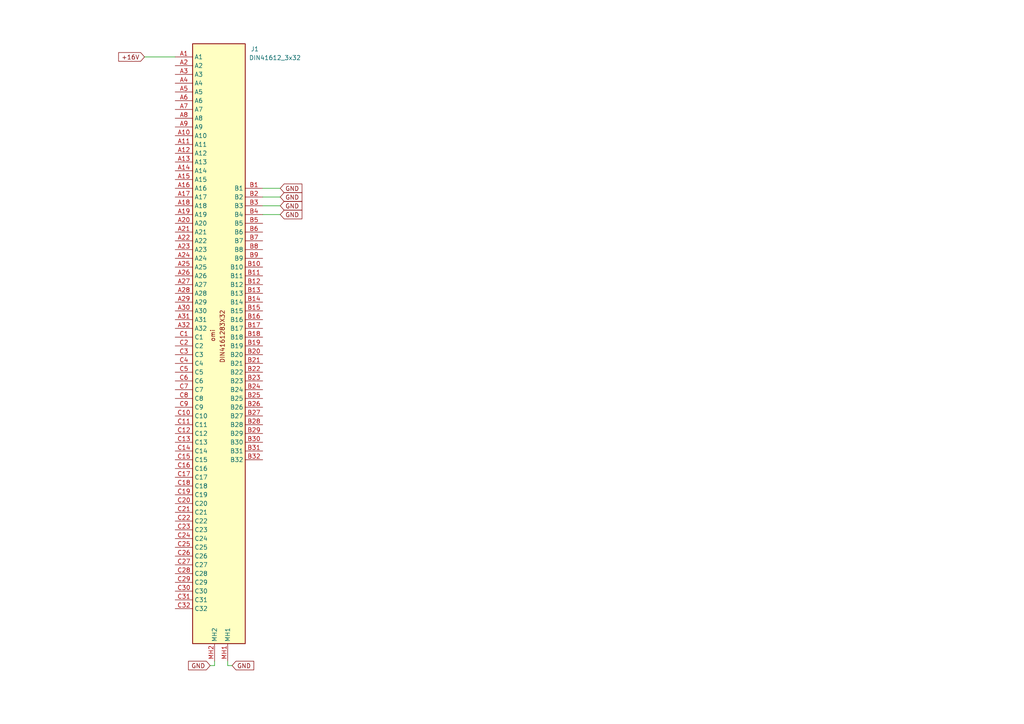
<source format=kicad_sch>
(kicad_sch (version 20231120) (generator "eeschema") (generator_version "8.0")
  (paper "A4")
  (lib_symbols
    (symbol "Omiconnecteur:DIN41612_3*32"
      (property "Reference" "J" (at -5.08 75.438 0))
      (property "Value" "DIN41612_3x32" (at -8.89 0 0))
      (symbol "DIN41612_3*32_1_1"
        (rectangle (start -7.62 85.09) (end 7.62 -88.9) (stroke (width 0.254)) (fill (type background)))
        (text "DIN4161283X32\n" (at 1.016 0.254 900) (effects (font (size 1.27 1.27))))
        (text "omi" (at -1.778 0.508 900) (effects (font (size 1.27 1.27))))
        (pin passive line (at -12.7 81.28 0) (length 5.08) (name "A1") (number "A1"))
        (pin passive line (at -12.7 58.42 0) (length 5.08) (name "A10") (number "A10"))
        (pin passive line (at -12.7 55.88 0) (length 5.08) (name "A11") (number "A11"))
        (pin passive line (at -12.7 53.34 0) (length 5.08) (name "A12") (number "A12"))
        (pin passive line (at -12.7 50.8 0) (length 5.08) (name "A13") (number "A13"))
        (pin passive line (at -12.7 48.26 0) (length 5.08) (name "A14") (number "A14"))
        (pin passive line (at -12.7 45.72 0) (length 5.08) (name "A15") (number "A15"))
        (pin passive line (at -12.7 43.18 0) (length 5.08) (name "A16") (number "A16"))
        (pin passive line (at -12.7 40.64 0) (length 5.08) (name "A17") (number "A17"))
        (pin passive line (at -12.7 38.1 0) (length 5.08) (name "A18") (number "A18"))
        (pin passive line (at -12.7 35.56 0) (length 5.08) (name "A19") (number "A19"))
        (pin passive line (at -12.7 78.74 0) (length 5.08) (name "A2") (number "A2"))
        (pin passive line (at -12.7 33.02 0) (length 5.08) (name "A20") (number "A20"))
        (pin passive line (at -12.7 30.48 0) (length 5.08) (name "A21") (number "A21"))
        (pin passive line (at -12.7 27.94 0) (length 5.08) (name "A22") (number "A22"))
        (pin passive line (at -12.7 25.4 0) (length 5.08) (name "A23") (number "A23"))
        (pin passive line (at -12.7 22.86 0) (length 5.08) (name "A24") (number "A24"))
        (pin passive line (at -12.7 20.32 0) (length 5.08) (name "A25") (number "A25"))
        (pin passive line (at -12.7 17.78 0) (length 5.08) (name "A26") (number "A26"))
        (pin passive line (at -12.7 15.24 0) (length 5.08) (name "A27") (number "A27"))
        (pin passive line (at -12.7 12.7 0) (length 5.08) (name "A28") (number "A28"))
        (pin passive line (at -12.7 10.16 0) (length 5.08) (name "A29") (number "A29"))
        (pin passive line (at -12.7 76.2 0) (length 5.08) (name "A3") (number "A3"))
        (pin passive line (at -12.7 7.62 0) (length 5.08) (name "A30") (number "A30"))
        (pin passive line (at -12.7 5.08 0) (length 5.08) (name "A31") (number "A31"))
        (pin passive line (at -12.7 2.54 0) (length 5.08) (name "A32") (number "A32"))
        (pin passive line (at -12.7 73.66 0) (length 5.08) (name "A4") (number "A4"))
        (pin passive line (at -12.7 71.12 0) (length 5.08) (name "A5") (number "A5"))
        (pin passive line (at -12.7 68.58 0) (length 5.08) (name "A6") (number "A6"))
        (pin passive line (at -12.7 66.04 0) (length 5.08) (name "A7") (number "A7"))
        (pin passive line (at -12.7 63.5 0) (length 5.08) (name "A8") (number "A8"))
        (pin passive line (at -12.7 60.96 0) (length 5.08) (name "A9") (number "A9"))
        (pin passive line (at 12.7 43.18 180) (length 5.08) (name "B1") (number "B1"))
        (pin passive line (at 12.7 20.32 180) (length 5.08) (name "B10") (number "B10"))
        (pin passive line (at 12.7 17.78 180) (length 5.08) (name "B11") (number "B11"))
        (pin passive line (at 12.7 15.24 180) (length 5.08) (name "B12") (number "B12"))
        (pin passive line (at 12.7 12.7 180) (length 5.08) (name "B13") (number "B13"))
        (pin passive line (at 12.7 10.16 180) (length 5.08) (name "B14") (number "B14"))
        (pin passive line (at 12.7 7.62 180) (length 5.08) (name "B15") (number "B15"))
        (pin passive line (at 12.7 5.08 180) (length 5.08) (name "B16") (number "B16"))
        (pin passive line (at 12.7 2.54 180) (length 5.08) (name "B17") (number "B17"))
        (pin passive line (at 12.7 0 180) (length 5.08) (name "B18") (number "B18"))
        (pin passive line (at 12.7 -2.54 180) (length 5.08) (name "B19") (number "B19"))
        (pin passive line (at 12.7 40.64 180) (length 5.08) (name "B2") (number "B2"))
        (pin passive line (at 12.7 -5.08 180) (length 5.08) (name "B20") (number "B20"))
        (pin passive line (at 12.7 -7.62 180) (length 5.08) (name "B21") (number "B21"))
        (pin passive line (at 12.7 -10.16 180) (length 5.08) (name "B22") (number "B22"))
        (pin passive line (at 12.7 -12.7 180) (length 5.08) (name "B23") (number "B23"))
        (pin passive line (at 12.7 -15.24 180) (length 5.08) (name "B24") (number "B24"))
        (pin passive line (at 12.7 -17.78 180) (length 5.08) (name "B25") (number "B25"))
        (pin passive line (at 12.7 -20.32 180) (length 5.08) (name "B26") (number "B26"))
        (pin passive line (at 12.7 -22.86 180) (length 5.08) (name "B27") (number "B27"))
        (pin passive line (at 12.7 -25.4 180) (length 5.08) (name "B28") (number "B28"))
        (pin passive line (at 12.7 -27.94 180) (length 5.08) (name "B29") (number "B29"))
        (pin passive line (at 12.7 38.1 180) (length 5.08) (name "B3") (number "B3"))
        (pin passive line (at 12.7 -30.48 180) (length 5.08) (name "B30") (number "B30"))
        (pin passive line (at 12.7 -33.02 180) (length 5.08) (name "B31") (number "B31"))
        (pin passive line (at 12.7 -35.56 180) (length 5.08) (name "B32") (number "B32"))
        (pin passive line (at 12.7 35.56 180) (length 5.08) (name "B4") (number "B4"))
        (pin passive line (at 12.7 33.02 180) (length 5.08) (name "B5") (number "B5"))
        (pin passive line (at 12.7 30.48 180) (length 5.08) (name "B6") (number "B6"))
        (pin passive line (at 12.7 27.94 180) (length 5.08) (name "B7") (number "B7"))
        (pin passive line (at 12.7 25.4 180) (length 5.08) (name "B8") (number "B8"))
        (pin passive line (at 12.7 22.86 180) (length 5.08) (name "B9") (number "B9"))
        (pin passive line (at -12.7 0 0) (length 5.08) (name "C1") (number "C1"))
        (pin passive line (at -12.7 -22.86 0) (length 5.08) (name "C10") (number "C10"))
        (pin passive line (at -12.7 -25.4 0) (length 5.08) (name "C11") (number "C11"))
        (pin passive line (at -12.7 -27.94 0) (length 5.08) (name "C12") (number "C12"))
        (pin passive line (at -12.7 -30.48 0) (length 5.08) (name "C13") (number "C13"))
        (pin passive line (at -12.7 -33.02 0) (length 5.08) (name "C14") (number "C14"))
        (pin passive line (at -12.7 -35.56 0) (length 5.08) (name "C15") (number "C15"))
        (pin passive line (at -12.7 -38.1 0) (length 5.08) (name "C16") (number "C16"))
        (pin passive line (at -12.7 -40.64 0) (length 5.08) (name "C17") (number "C17"))
        (pin passive line (at -12.7 -43.18 0) (length 5.08) (name "C18") (number "C18"))
        (pin passive line (at -12.7 -45.72 0) (length 5.08) (name "C19") (number "C19"))
        (pin passive line (at -12.7 -2.54 0) (length 5.08) (name "C2") (number "C2"))
        (pin passive line (at -12.7 -48.26 0) (length 5.08) (name "C20") (number "C20"))
        (pin passive line (at -12.7 -50.8 0) (length 5.08) (name "C21") (number "C21"))
        (pin passive line (at -12.7 -53.34 0) (length 5.08) (name "C22") (number "C22"))
        (pin passive line (at -12.7 -55.88 0) (length 5.08) (name "C23") (number "C23"))
        (pin passive line (at -12.7 -58.42 0) (length 5.08) (name "C24") (number "C24"))
        (pin passive line (at -12.7 -60.96 0) (length 5.08) (name "C25") (number "C25"))
        (pin passive line (at -12.7 -63.5 0) (length 5.08) (name "C26") (number "C26"))
        (pin passive line (at -12.7 -66.04 0) (length 5.08) (name "C27") (number "C27"))
        (pin passive line (at -12.7 -68.58 0) (length 5.08) (name "C28") (number "C28"))
        (pin passive line (at -12.7 -71.12 0) (length 5.08) (name "C29") (number "C29"))
        (pin passive line (at -12.7 -5.08 0) (length 5.08) (name "C3") (number "C3"))
        (pin passive line (at -12.7 -73.66 0) (length 5.08) (name "C30") (number "C30"))
        (pin passive line (at -12.7 -76.2 0) (length 5.08) (name "C31") (number "C31"))
        (pin passive line (at -12.7 -78.74 0) (length 5.08) (name "C32") (number "C32"))
        (pin passive line (at -12.7 -7.62 0) (length 5.08) (name "C4") (number "C4"))
        (pin passive line (at -12.7 -10.16 0) (length 5.08) (name "C5") (number "C5"))
        (pin passive line (at -12.7 -12.7 0) (length 5.08) (name "C6") (number "C6"))
        (pin passive line (at -12.7 -15.24 0) (length 5.08) (name "C7") (number "C7"))
        (pin passive line (at -12.7 -17.78 0) (length 5.08) (name "C8") (number "C8"))
        (pin passive line (at -12.7 -20.32 0) (length 5.08) (name "C9") (number "C9"))
        (pin passive line (at 2.54 -93.98 90) (length 5.08) (name "MH1") (number "MH1"))
        (pin passive line (at -1.27 -93.98 90) (length 5.08) (name "MH2") (number "MH2"))
      )
    )
  )
  (wire (pts (xy 66.04 191.77) (xy 66.04 193.04)))
  (wire (pts (xy 62.23 193.04) (xy 60.96 193.04)))
  (wire (pts (xy 41.91 16.51) (xy 50.8 16.51)))
  (wire (pts (xy 81.28 59.69) (xy 76.2 59.69)))
  (wire (pts (xy 81.28 54.61) (xy 76.2 54.61)))
  (wire (pts (xy 62.23 191.77) (xy 62.23 193.04)))
  (wire (pts (xy 81.28 57.15) (xy 76.2 57.15)))
  (wire (pts (xy 66.04 193.04) (xy 67.31 193.04)))
  (wire (pts (xy 81.28 62.23) (xy 76.2 62.23)))
  (global_label "GND" (shape input) (at 81.28 62.23 0) (property "Intersheetrefs" "${INTERSHEET_REFS}" (effects (hide yes))))
  (global_label "GND" (shape input) (at 81.28 59.69 0) (property "Intersheetrefs" "${INTERSHEET_REFS}" (effects (hide yes))))
  (global_label "GND" (shape input) (at 60.96 193.04 180) (property "Intersheetrefs" "${INTERSHEET_REFS}" (effects (hide yes))))
  (global_label "GND" (shape input) (at 81.28 54.61 0) (property "Intersheetrefs" "${INTERSHEET_REFS}" (effects (hide yes))))
  (global_label "+16V" (shape input) (at 41.91 16.51 180) (property "Intersheetrefs" "${INTERSHEET_REFS}" (effects (hide yes))))
  (global_label "GND" (shape input) (at 67.31 193.04 0) (property "Intersheetrefs" "${INTERSHEET_REFS}" (effects (hide yes))))
  (global_label "GND" (shape input) (at 81.28 57.15 0) (property "Intersheetrefs" "${INTERSHEET_REFS}" (effects (hide yes))))
  (symbol (lib_id "Omiconnecteur:DIN41612_3*32") (at 63.5 97.79 0) (unit 1)
    (property "Reference" "J1" (at 73.914 14.224 0))
    (property "Value" "DIN41612_3x32" (at 79.756 16.764 0))
    (property "Footprint" "Omiconnecteur:DIN41612_3x32" (effects (hide yes)))
    (property "Datasheet" "https://docs.rs-online.com/9b83/0900766b8154ccd9.pdf" (effects (hide yes)))
    (property "Description" "Connecteur DIN 41612, 96 contacts Mâle, Angle droit sur 3 rangs, entraxe 2.54mm" (effects (hide yes)))
    (property "Omicron" "71002783" (effects (hide yes)))
    (property "Fabriquant" "RS: 770-6994" (effects (hide yes)))
    (property "Distributeur1" "F:103-40064" (effects (hide yes)))
  )
  (sheet (at 624.84 1.27) (size 321.31 200.66) (stroke (width 0.1524))
    (property "Sheetname" "alimentation" (at 624.84 0.5584 0) (effects (justify left bottom)))
    (property "Sheetfile" "alimentation.kicad_sch" (at 624.84 202.5146 0) (effects (justify left top)))
  )
  (sheet (at 299.72 0) (size 297.18 209.55) (stroke (width 0.1524))
    (property "Sheetname" "arduino" (at 299.72 -0.7116 0) (effects (justify left bottom)))
    (property "Sheetfile" "arduino.kicad_sch" (at 299.72 210.1346 0) (effects (justify left top)))
  )
)
</source>
